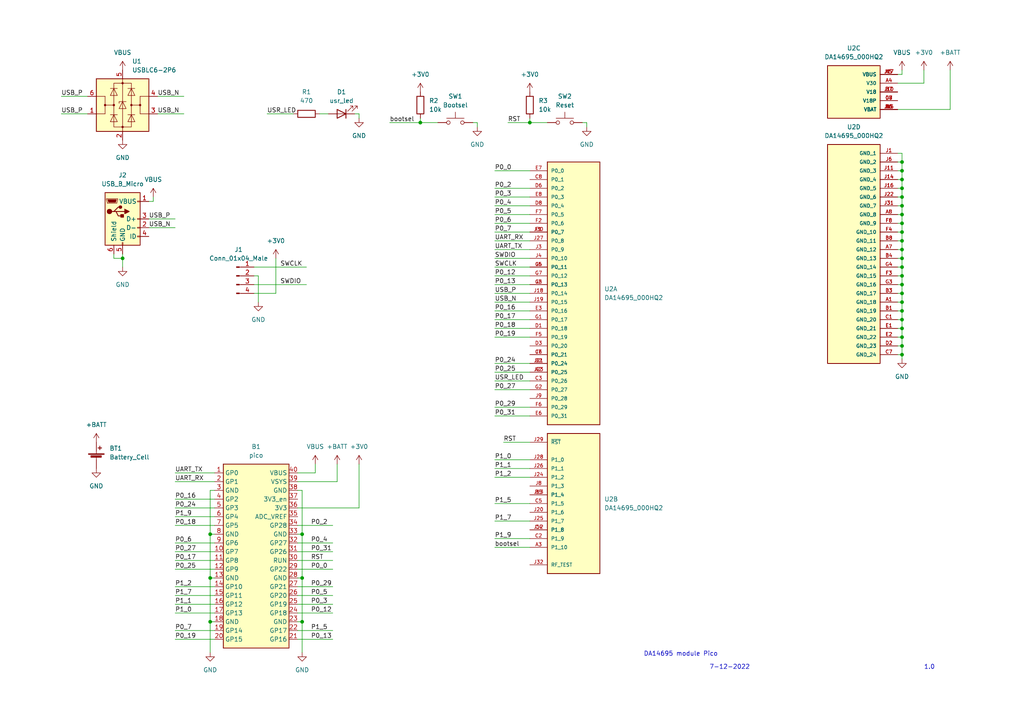
<source format=kicad_sch>
(kicad_sch (version 20211123) (generator eeschema)
  (paper "A4")
  (lib_symbols
    (symbol "Connector:Conn_01x04_Male" (pin_names (offset 1.016) hide)
      (property "Reference" "J" (at 0 5.08 0))
      (property "Value" "Conn_01x04_Male" (at 0 -7.62 0))
      (symbol "Conn_01x04_Male_1_1"
        (polyline (pts (xy 1.27 -5.08) (xy 0.8636 -5.08)) (stroke (width 0.1524)))
        (polyline (pts (xy 1.27 -2.54) (xy 0.8636 -2.54)) (stroke (width 0.1524)))
        (polyline (pts (xy 1.27 0) (xy 0.8636 0)) (stroke (width 0.1524)))
        (polyline (pts (xy 1.27 2.54) (xy 0.8636 2.54)) (stroke (width 0.1524)))
        (rectangle (start 0.8636 -4.953) (end 0 -5.207) (stroke (width 0.1524)) (fill (type outline)))
        (rectangle (start 0.8636 -2.413) (end 0 -2.667) (stroke (width 0.1524)) (fill (type outline)))
        (rectangle (start 0.8636 0.127) (end 0 -0.127) (stroke (width 0.1524)) (fill (type outline)))
        (rectangle (start 0.8636 2.667) (end 0 2.413) (stroke (width 0.1524)) (fill (type outline)))
        (pin passive line (at 5.08 2.54 180) (length 3.81) (name "Pin_1") (number "1"))
        (pin passive line (at 5.08 0 180) (length 3.81) (name "Pin_2") (number "2"))
        (pin passive line (at 5.08 -2.54 180) (length 3.81) (name "Pin_3") (number "3"))
        (pin passive line (at 5.08 -5.08 180) (length 3.81) (name "Pin_4") (number "4"))
      )
    )
    (symbol "Connector:USB_B_Micro" (pin_names (offset 1.016))
      (property "Reference" "J" (at -5.08 11.43 0))
      (property "Value" "USB_B_Micro" (at -5.08 8.89 0))
      (symbol "USB_B_Micro_0_1"
        (rectangle (start -5.08 -7.62) (end 5.08 7.62) (stroke (width 0.254)) (fill (type background)))
        (circle (center -3.81 2.159) (radius 0.635) (stroke (width 0.254)) (fill (type outline)))
        (circle (center -0.635 3.429) (radius 0.381) (stroke (width 0.254)) (fill (type outline)))
        (rectangle (start -0.127 -7.62) (end 0.127 -6.858))
        (polyline (pts (xy -1.905 2.159) (xy 0.635 2.159)) (stroke (width 0.254)))
        (polyline (pts (xy -3.175 2.159) (xy -2.54 2.159) (xy -1.27 3.429) (xy -0.635 3.429)) (stroke (width 0.254)))
        (polyline (pts (xy -2.54 2.159) (xy -1.905 2.159) (xy -1.27 0.889) (xy 0 0.889)) (stroke (width 0.254)))
        (polyline (pts (xy 0.635 2.794) (xy 0.635 1.524) (xy 1.905 2.159) (xy 0.635 2.794)) (stroke (width 0.254)) (fill (type outline)))
        (polyline (pts (xy -4.318 5.588) (xy -1.778 5.588) (xy -2.032 4.826) (xy -4.064 4.826) (xy -4.318 5.588)) (fill (type outline)))
        (polyline (pts (xy -4.699 5.842) (xy -4.699 5.588) (xy -4.445 4.826) (xy -4.445 4.572) (xy -1.651 4.572) (xy -1.651 4.826) (xy -1.397 5.588) (xy -1.397 5.842) (xy -4.699 5.842)))
        (rectangle (start 0.254 1.27) (end -0.508 0.508) (stroke (width 0.254)) (fill (type outline)))
        (rectangle (start 5.08 -5.207) (end 4.318 -4.953))
        (rectangle (start 5.08 -2.667) (end 4.318 -2.413))
        (rectangle (start 5.08 -0.127) (end 4.318 0.127))
        (rectangle (start 5.08 4.953) (end 4.318 5.207))
      )
      (symbol "USB_B_Micro_1_1"
        (pin power_out line (at 7.62 5.08 180) (length 2.54) (name "VBUS") (number "1"))
        (pin bidirectional line (at 7.62 -2.54 180) (length 2.54) (name "D-") (number "2"))
        (pin bidirectional line (at 7.62 0 180) (length 2.54) (name "D+") (number "3"))
        (pin passive line (at 7.62 -5.08 180) (length 2.54) (name "ID") (number "4"))
        (pin power_out line (at 0 -10.16 90) (length 2.54) (name "GND") (number "5"))
        (pin passive line (at -2.54 -10.16 90) (length 2.54) (name "Shield") (number "6"))
      )
    )
    (symbol "Device:Battery_Cell" (pin_numbers hide) (pin_names (offset 0) hide)
      (property "Reference" "BT?" (at 3.81 3.3021 0))
      (property "Value" "Battery_Cell" (at 3.81 0.7621 0))
      (symbol "Battery_Cell_0_1"
        (rectangle (start -2.286 1.778) (end 2.286 1.524) (fill (type outline)))
        (rectangle (start -1.5748 1.1938) (end 1.4732 0.6858) (fill (type outline)))
        (polyline (pts (xy 0 0.762) (xy 0 0)))
        (polyline (pts (xy 0 1.778) (xy 0 2.54)))
        (polyline (pts (xy 0.508 3.429) (xy 1.524 3.429)) (stroke (width 0.254)))
        (polyline (pts (xy 1.016 3.937) (xy 1.016 2.921)) (stroke (width 0.254)))
      )
      (symbol "Battery_Cell_1_1"
        (pin passive line (at 0 -2.54 90) (length 2.54) (name "-") (number "1"))
        (pin passive line (at 0 5.08 270) (length 2.54) (name "+") (number "2"))
      )
    )
    (symbol "Device:LED" (pin_numbers hide) (pin_names (offset 1.016) hide)
      (property "Reference" "D" (at 0 2.54 0))
      (property "Value" "LED" (at 0 -2.54 0))
      (symbol "LED_0_1"
        (polyline (pts (xy -1.27 -1.27) (xy -1.27 1.27)) (stroke (width 0.254)))
        (polyline (pts (xy -1.27 0) (xy 1.27 0)))
        (polyline (pts (xy 1.27 -1.27) (xy 1.27 1.27) (xy -1.27 0) (xy 1.27 -1.27)) (stroke (width 0.254)))
        (polyline (pts (xy -3.048 -0.762) (xy -4.572 -2.286) (xy -3.81 -2.286) (xy -4.572 -2.286) (xy -4.572 -1.524)))
        (polyline (pts (xy -1.778 -0.762) (xy -3.302 -2.286) (xy -2.54 -2.286) (xy -3.302 -2.286) (xy -3.302 -1.524)))
      )
      (symbol "LED_1_1"
        (pin passive line (at -3.81 0 0) (length 2.54) (name "K") (number "1"))
        (pin passive line (at 3.81 0 180) (length 2.54) (name "A") (number "2"))
      )
    )
    (symbol "Device:R" (pin_numbers hide) (pin_names (offset 0))
      (property "Reference" "R" (at 2.032 0 90))
      (property "Value" "R" (at 0 0 90))
      (symbol "R_0_1"
        (rectangle (start -1.016 -2.54) (end 1.016 2.54) (stroke (width 0.254)))
      )
      (symbol "R_1_1"
        (pin passive line (at 0 3.81 270) (length 1.27) (name "~") (number "1"))
        (pin passive line (at 0 -3.81 90) (length 1.27) (name "~") (number "2"))
      )
    )
    (symbol "Power_Protection:USBLC6-2P6" (pin_names hide)
      (property "Reference" "U" (at 2.54 8.89 0))
      (property "Value" "USBLC6-2P6" (at 2.54 -8.89 0))
      (symbol "USBLC6-2P6_0_1"
        (rectangle (start -7.62 -7.62) (end 7.62 7.62) (stroke (width 0.254)) (fill (type background)))
        (circle (center -5.08 0) (radius 0.254) (fill (type outline)))
        (circle (center -2.54 0) (radius 0.254) (fill (type outline)))
        (rectangle (start -2.54 6.35) (end 2.54 -6.35))
        (circle (center 0 -6.35) (radius 0.254) (fill (type outline)))
        (polyline (pts (xy -5.08 -2.54) (xy -7.62 -2.54)))
        (polyline (pts (xy -5.08 0) (xy -5.08 -2.54)))
        (polyline (pts (xy -5.08 2.54) (xy -7.62 2.54)))
        (polyline (pts (xy -1.524 -2.794) (xy -3.556 -2.794)))
        (polyline (pts (xy -1.524 4.826) (xy -3.556 4.826)))
        (polyline (pts (xy 0 -7.62) (xy 0 -6.35)))
        (polyline (pts (xy 0 -6.35) (xy 0 1.27)))
        (polyline (pts (xy 0 1.27) (xy 0 6.35)))
        (polyline (pts (xy 0 6.35) (xy 0 7.62)))
        (polyline (pts (xy 1.524 -2.794) (xy 3.556 -2.794)))
        (polyline (pts (xy 1.524 4.826) (xy 3.556 4.826)))
        (polyline (pts (xy 5.08 -2.54) (xy 7.62 -2.54)))
        (polyline (pts (xy 5.08 0) (xy 5.08 -2.54)))
        (polyline (pts (xy 5.08 2.54) (xy 7.62 2.54)))
        (polyline (pts (xy -2.54 0) (xy -5.08 0) (xy -5.08 2.54)))
        (polyline (pts (xy 2.54 0) (xy 5.08 0) (xy 5.08 2.54)))
        (polyline (pts (xy -3.556 -4.826) (xy -1.524 -4.826) (xy -2.54 -2.794) (xy -3.556 -4.826)))
        (polyline (pts (xy -3.556 2.794) (xy -1.524 2.794) (xy -2.54 4.826) (xy -3.556 2.794)))
        (polyline (pts (xy -1.016 -1.016) (xy 1.016 -1.016) (xy 0 1.016) (xy -1.016 -1.016)))
        (polyline (pts (xy 1.016 1.016) (xy 0.762 1.016) (xy -1.016 1.016) (xy -1.016 0.508)))
        (polyline (pts (xy 3.556 -4.826) (xy 1.524 -4.826) (xy 2.54 -2.794) (xy 3.556 -4.826)))
        (polyline (pts (xy 3.556 2.794) (xy 1.524 2.794) (xy 2.54 4.826) (xy 3.556 2.794)))
        (circle (center 0 6.35) (radius 0.254) (fill (type outline)))
        (circle (center 2.54 0) (radius 0.254) (fill (type outline)))
        (circle (center 5.08 0) (radius 0.254) (fill (type outline)))
      )
      (symbol "USBLC6-2P6_1_1"
        (pin passive line (at -10.16 -2.54 0) (length 2.54) (name "I/O1") (number "1"))
        (pin passive line (at 0 -10.16 90) (length 2.54) (name "GND") (number "2"))
        (pin passive line (at 10.16 -2.54 180) (length 2.54) (name "I/O2") (number "3"))
        (pin passive line (at 10.16 2.54 180) (length 2.54) (name "I/O2") (number "4"))
        (pin passive line (at 0 10.16 270) (length 2.54) (name "VBUS") (number "5"))
        (pin passive line (at -10.16 2.54 0) (length 2.54) (name "I/O1") (number "6"))
      )
    )
    (symbol "Switch:SW_Push" (pin_numbers hide) (pin_names (offset 1.016) hide)
      (property "Reference" "SW" (at 1.27 2.54 0))
      (property "Value" "SW_Push" (at 0 -1.524 0))
      (symbol "SW_Push_0_1"
        (circle (center -2.032 0) (radius 0.508))
        (polyline (pts (xy 0 1.27) (xy 0 3.048)))
        (polyline (pts (xy 2.54 1.27) (xy -2.54 1.27)))
        (circle (center 2.032 0) (radius 0.508))
        (pin passive line (at -5.08 0 0) (length 2.54) (name "1") (number "1"))
        (pin passive line (at 5.08 0 180) (length 2.54) (name "2") (number "2"))
      )
    )
    (symbol "module:DA14695_000HQ2" (pin_names (offset 1.016))
      (property "Reference" "U" (at -7.62 39.116 0))
      (property "Value" "DA14695_000HQ2" (at -7.62 -40.64 0))
      (symbol "DA14695_000HQ2_1_0"
        (rectangle (start -7.62 -38.1) (end 7.62 38.1) (stroke (width 0.254)) (fill (type background)))
        (pin bidirectional line (at -12.7 -22.86 0) (length 5.08) (name "P0_25") (number "A2"))
        (pin bidirectional line (at -12.7 -20.32 0) (length 5.08) (name "P0_24") (number "B2"))
        (pin bidirectional line (at -12.7 -25.4 0) (length 5.08) (name "P0_26") (number "C3"))
        (pin bidirectional line (at -12.7 -17.78 0) (length 5.08) (name "P0_21") (number "C6"))
        (pin bidirectional line (at -12.7 33.02 0) (length 5.08) (name "P0_1") (number "C8"))
        (pin bidirectional line (at -12.7 -10.16 0) (length 5.08) (name "P0_18") (number "D1"))
        (pin bidirectional line (at -12.7 -15.24 0) (length 5.08) (name "P0_20") (number "D3"))
        (pin bidirectional line (at -12.7 30.48 0) (length 5.08) (name "P0_2") (number "D6"))
        (pin bidirectional line (at -12.7 25.4 0) (length 5.08) (name "P0_4") (number "D8"))
        (pin bidirectional line (at -12.7 -5.08 0) (length 5.08) (name "P0_16") (number "E3"))
        (pin bidirectional line (at -12.7 -35.56 0) (length 5.08) (name "P0_31") (number "E6"))
        (pin bidirectional line (at -12.7 35.56 0) (length 5.08) (name "P0_0") (number "E7"))
        (pin bidirectional line (at -12.7 27.94 0) (length 5.08) (name "P0_3") (number "E8"))
        (pin bidirectional line (at -12.7 17.78 0) (length 5.08) (name "P0_7") (number "F1"))
        (pin bidirectional line (at -12.7 20.32 0) (length 5.08) (name "P0_6") (number "F2"))
        (pin bidirectional line (at -12.7 -12.7 0) (length 5.08) (name "P0_19") (number "F5"))
        (pin bidirectional line (at -12.7 -33.02 0) (length 5.08) (name "P0_29") (number "F6"))
        (pin bidirectional line (at -12.7 22.86 0) (length 5.08) (name "P0_5") (number "F7"))
        (pin bidirectional line (at -12.7 -7.62 0) (length 5.08) (name "P0_17") (number "G1"))
        (pin bidirectional line (at -12.7 -27.94 0) (length 5.08) (name "P0_27") (number "G2"))
        (pin bidirectional line (at -12.7 2.54 0) (length 5.08) (name "P0_13") (number "G5"))
        (pin bidirectional line (at -12.7 7.62 0) (length 5.08) (name "P0_11") (number "G6"))
        (pin bidirectional line (at -12.7 5.08 0) (length 5.08) (name "P0_12") (number "G7"))
        (pin bidirectional line (at -12.7 0 0) (length 5.08) (name "P0_14") (number "J18"))
        (pin bidirectional line (at -12.7 -2.54 0) (length 5.08) (name "P0_15") (number "J19"))
        (pin bidirectional line (at -12.7 2.54 0) (length 5.08) (name "P0_13") (number "J2"))
        (pin bidirectional line (at -12.7 -20.32 0) (length 5.08) (name "P0_24") (number "J21"))
        (pin bidirectional line (at -12.7 -22.86 0) (length 5.08) (name "P0_25") (number "J23"))
        (pin bidirectional line (at -12.7 15.24 0) (length 5.08) (name "P0_8") (number "J27"))
        (pin bidirectional line (at -12.7 12.7 0) (length 5.08) (name "P0_9") (number "J3"))
        (pin bidirectional line (at -12.7 17.78 0) (length 5.08) (name "P0_7") (number "J30"))
        (pin bidirectional line (at -12.7 10.16 0) (length 5.08) (name "P0_10") (number "J4"))
        (pin bidirectional line (at -12.7 7.62 0) (length 5.08) (name "P0_11") (number "J5"))
        (pin bidirectional line (at -12.7 -17.78 0) (length 5.08) (name "P0_21") (number "J7"))
        (pin bidirectional line (at -12.7 -30.48 0) (length 5.08) (name "P0_28") (number "J9"))
      )
      (symbol "DA14695_000HQ2_2_0"
        (rectangle (start -7.62 -20.32) (end 7.62 20.32) (stroke (width 0.254)) (fill (type background)))
        (pin bidirectional line (at -12.7 -12.7 0) (length 5.08) (name "P1_10") (number "A3"))
        (pin bidirectional line (at -12.7 2.54 0) (length 5.08) (name "P1_4") (number "B5"))
        (pin bidirectional line (at -12.7 -10.16 0) (length 5.08) (name "P1_9") (number "C2"))
        (pin bidirectional line (at -12.7 -7.62 0) (length 5.08) (name "P1_8") (number "C4"))
        (pin bidirectional line (at -12.7 0 0) (length 5.08) (name "P1_5") (number "C5"))
        (pin bidirectional line (at -12.7 -7.62 0) (length 5.08) (name "P1_8") (number "J12"))
        (pin bidirectional line (at -12.7 2.54 0) (length 5.08) (name "P1_4") (number "J13"))
        (pin bidirectional line (at -12.7 -2.54 0) (length 5.08) (name "P1_6") (number "J20"))
        (pin bidirectional line (at -12.7 7.62 0) (length 5.08) (name "P1_2") (number "J24"))
        (pin bidirectional line (at -12.7 -5.08 0) (length 5.08) (name "P1_7") (number "J25"))
        (pin bidirectional line (at -12.7 10.16 0) (length 5.08) (name "P1_1") (number "J26"))
        (pin bidirectional line (at -12.7 12.7 0) (length 5.08) (name "P1_0") (number "J28"))
        (pin input line (at -12.7 17.78 0) (length 5.08) (name "~{RST}") (number "J29"))
        (pin input line (at -12.7 -17.78 0) (length 5.08) (name "RF_TEST") (number "J32"))
        (pin bidirectional line (at -12.7 5.08 0) (length 5.08) (name "P1_3") (number "J8"))
      )
      (symbol "DA14695_000HQ2_3_0"
        (rectangle (start -7.62 -7.62) (end 7.62 7.62) (stroke (width 0.254)) (fill (type background)))
        (pin power_in line (at 12.7 2.54 180) (length 5.08) (name "V30") (number "A4"))
        (pin power_in line (at 12.7 5.08 180) (length 5.08) (name "VBUS") (number "A5"))
        (pin power_in line (at 12.7 -5.08 180) (length 5.08) (name "VBAT") (number "A6"))
        (pin power_in line (at 12.7 -5.08 180) (length 5.08) (name "VBAT") (number "B6"))
        (pin power_in line (at 12.7 0 180) (length 5.08) (name "V18") (number "B7"))
        (pin power_in line (at 12.7 -2.54 180) (length 5.08) (name "V18P") (number "D7"))
        (pin power_in line (at 12.7 -2.54 180) (length 5.08) (name "V18P") (number "G8"))
        (pin power_in line (at 12.7 0 180) (length 5.08) (name "V18") (number "J10"))
        (pin power_in line (at 12.7 -5.08 180) (length 5.08) (name "VBAT") (number "J15"))
        (pin power_in line (at 12.7 5.08 180) (length 5.08) (name "VBUS") (number "J17"))
      )
      (symbol "DA14695_000HQ2_4_0"
        (rectangle (start -7.62 -33.02) (end 7.62 30.48) (stroke (width 0.254)) (fill (type background)))
        (pin power_in line (at 12.7 -15.24 180) (length 5.08) (name "GND_18") (number "A1"))
        (pin power_in line (at 12.7 0 180) (length 5.08) (name "GND_12") (number "A7"))
        (pin power_in line (at 12.7 10.16 180) (length 5.08) (name "GND_8") (number "A8"))
        (pin power_in line (at 12.7 -17.78 180) (length 5.08) (name "GND_19") (number "B1"))
        (pin power_in line (at 12.7 -12.7 180) (length 5.08) (name "GND_17") (number "B3"))
        (pin power_in line (at 12.7 -2.54 180) (length 5.08) (name "GND_13") (number "B4"))
        (pin power_in line (at 12.7 2.54 180) (length 5.08) (name "GND_11") (number "B8"))
        (pin power_in line (at 12.7 -20.32 180) (length 5.08) (name "GND_20") (number "C1"))
        (pin power_in line (at 12.7 -30.48 180) (length 5.08) (name "GND_24") (number "C7"))
        (pin power_in line (at 12.7 -27.94 180) (length 5.08) (name "GND_23") (number "D2"))
        (pin power_in line (at 12.7 -22.86 180) (length 5.08) (name "GND_21") (number "E1"))
        (pin power_in line (at 12.7 -25.4 180) (length 5.08) (name "GND_22") (number "E2"))
        (pin power_in line (at 12.7 -7.62 180) (length 5.08) (name "GND_15") (number "F3"))
        (pin power_in line (at 12.7 5.08 180) (length 5.08) (name "GND_10") (number "F4"))
        (pin power_in line (at 12.7 7.62 180) (length 5.08) (name "GND_9") (number "F8"))
        (pin power_in line (at 12.7 -10.16 180) (length 5.08) (name "GND_16") (number "G3"))
        (pin power_in line (at 12.7 -5.08 180) (length 5.08) (name "GND_14") (number "G4"))
        (pin power_in line (at 12.7 27.94 180) (length 5.08) (name "GND_1") (number "J1"))
        (pin power_in line (at 12.7 22.86 180) (length 5.08) (name "GND_3") (number "J11"))
        (pin power_in line (at 12.7 20.32 180) (length 5.08) (name "GND_4") (number "J14"))
        (pin power_in line (at 12.7 17.78 180) (length 5.08) (name "GND_5") (number "J16"))
        (pin power_in line (at 12.7 15.24 180) (length 5.08) (name "GND_6") (number "J22"))
        (pin power_in line (at 12.7 12.7 180) (length 5.08) (name "GND_7") (number "J31"))
        (pin power_in line (at 12.7 25.4 180) (length 5.08) (name "GND_2") (number "J6"))
      )
    )
    (symbol "module:pico" (in_bom no)
      (property "Reference" "B" (at 3.81 6.35 0))
      (property "Value" "pico" (at 5.08 3.81 0))
      (symbol "pico_0_0"
        (pin tri_state line (at 0 0 0) (length 2.54) (name "GP0") (number "1"))
        (pin tri_state line (at 0 -22.86 0) (length 2.54) (name "GP7") (number "10"))
        (pin tri_state line (at 0 -25.4 0) (length 2.54) (name "GP8") (number "11"))
        (pin tri_state line (at 0 -27.94 0) (length 2.54) (name "GP9") (number "12"))
        (pin power_in line (at 0 -30.48 0) (length 2.54) (name "GND") (number "13"))
        (pin tri_state line (at 0 -33.02 0) (length 2.54) (name "GP10") (number "14"))
        (pin tri_state line (at 0 -35.56 0) (length 2.54) (name "GP11") (number "15"))
        (pin tri_state line (at 0 -38.1 0) (length 2.54) (name "GP12") (number "16"))
        (pin tri_state line (at 0 -40.64 0) (length 2.54) (name "GP13") (number "17"))
        (pin power_in line (at 0 -43.18 0) (length 2.54) (name "GND") (number "18"))
        (pin tri_state line (at 0 -45.72 0) (length 2.54) (name "GP14") (number "19"))
        (pin tri_state line (at 0 -2.54 0) (length 2.54) (name "GP1") (number "2"))
        (pin tri_state line (at 0 -48.26 0) (length 2.54) (name "GP15") (number "20"))
        (pin tri_state line (at 24.13 -48.26 180) (length 2.54) (name "GP16") (number "21"))
        (pin tri_state line (at 24.13 -45.72 180) (length 2.54) (name "GP17") (number "22"))
        (pin power_in line (at 24.13 -43.18 180) (length 2.54) (name "GND") (number "23"))
        (pin tri_state line (at 24.13 -40.64 180) (length 2.54) (name "GP18") (number "24"))
        (pin tri_state line (at 24.13 -38.1 180) (length 2.54) (name "GP19") (number "25"))
        (pin tri_state line (at 24.13 -35.56 180) (length 2.54) (name "GP20") (number "26"))
        (pin tri_state line (at 24.13 -33.02 180) (length 2.54) (name "GP21") (number "27"))
        (pin power_in line (at 24.13 -30.48 180) (length 2.54) (name "GND") (number "28"))
        (pin tri_state line (at 24.13 -27.94 180) (length 2.54) (name "GP22") (number "29"))
        (pin power_in line (at 0 -5.08 0) (length 2.54) (name "GND") (number "3"))
        (pin input line (at 24.13 -25.4 180) (length 2.54) (name "RUN") (number "30"))
        (pin tri_state line (at 24.13 -22.86 180) (length 2.54) (name "GP26") (number "31"))
        (pin tri_state line (at 24.13 -20.32 180) (length 2.54) (name "GP27") (number "32"))
        (pin power_in line (at 24.13 -17.78 180) (length 2.54) (name "GND") (number "33"))
        (pin tri_state line (at 24.13 -15.24 180) (length 2.54) (name "GP28") (number "34"))
        (pin passive line (at 24.13 -12.7 180) (length 2.54) (name "ADC_VREF") (number "35"))
        (pin power_out line (at 24.13 -10.16 180) (length 2.54) (name "3V3") (number "36"))
        (pin input line (at 24.13 -7.62 180) (length 2.54) (name "3V3_en") (number "37"))
        (pin power_in line (at 24.13 -5.08 180) (length 2.54) (name "GND") (number "38"))
        (pin power_in line (at 24.13 -2.54 180) (length 2.54) (name "VSYS") (number "39"))
        (pin tri_state line (at 0 -7.62 0) (length 2.54) (name "GP2") (number "4"))
        (pin power_in line (at 24.13 0 180) (length 2.54) (name "VBUS") (number "40"))
        (pin tri_state line (at 0 -10.16 0) (length 2.54) (name "GP3") (number "5"))
        (pin tri_state line (at 0 -12.7 0) (length 2.54) (name "GP4") (number "6"))
        (pin tri_state line (at 0 -15.24 0) (length 2.54) (name "GP5") (number "7"))
        (pin power_in line (at 0 -17.78 0) (length 2.54) (name "GND") (number "8"))
        (pin tri_state line (at 0 -20.32 0) (length 2.54) (name "GP6") (number "9"))
      )
      (symbol "pico_1_0"
        (rectangle (start 2.54 2.54) (end 21.59 -50.8) (stroke (width 0.254)) (fill (type background)))
      )
    )
    (symbol "power:+3V0" (power) (pin_names (offset 0))
      (property "Value" "+3V0" (at 0 3.556 0))
      (symbol "+3V0_0_1"
        (polyline (pts (xy -0.762 1.27) (xy 0 2.54)))
        (polyline (pts (xy 0 0) (xy 0 2.54)))
        (polyline (pts (xy 0 2.54) (xy 0.762 1.27)))
      )
      (symbol "+3V0_1_1"
        (pin power_in line (at 0 0 90) (length 0) hide (name "+3V0") (number "1"))
      )
    )
    (symbol "power:+BATT" (power) (pin_names (offset 0))
      (property "Value" "+BATT" (at 0 3.556 0))
      (symbol "+BATT_0_1"
        (polyline (pts (xy -0.762 1.27) (xy 0 2.54)))
        (polyline (pts (xy 0 0) (xy 0 2.54)))
        (polyline (pts (xy 0 2.54) (xy 0.762 1.27)))
      )
      (symbol "+BATT_1_1"
        (pin power_in line (at 0 0 90) (length 0) hide (name "+BATT") (number "1"))
      )
    )
    (symbol "power:GND" (power) (pin_names (offset 0))
      (property "Value" "GND" (at 0 -3.81 0))
      (symbol "GND_0_1"
        (polyline (pts (xy 0 0) (xy 0 -1.27) (xy 1.27 -1.27) (xy 0 -2.54) (xy -1.27 -1.27) (xy 0 -1.27)))
      )
      (symbol "GND_1_1"
        (pin power_in line (at 0 0 270) (length 0) hide (name "GND") (number "1"))
      )
    )
    (symbol "power:VBUS" (power) (pin_names (offset 0))
      (property "Value" "VBUS" (at 0 3.81 0))
      (symbol "VBUS_0_1"
        (polyline (pts (xy -0.762 1.27) (xy 0 2.54)))
        (polyline (pts (xy 0 0) (xy 0 2.54)))
        (polyline (pts (xy 0 2.54) (xy 0.762 1.27)))
      )
      (symbol "VBUS_1_1"
        (pin power_in line (at 0 0 90) (length 0) hide (name "VBUS") (number "1"))
      )
    )
  )
  (junction (at 261.62 49.53))
  (junction (at 261.62 64.77))
  (junction (at 261.62 97.79))
  (junction (at 60.96 167.64))
  (junction (at 261.62 62.23))
  (junction (at 261.62 82.55))
  (junction (at 87.63 154.94))
  (junction (at 261.62 46.99))
  (junction (at 87.63 180.34))
  (junction (at 35.56 74.93))
  (junction (at 121.92 35.56))
  (junction (at 261.62 59.69))
  (junction (at 261.62 100.33))
  (junction (at 261.62 85.09))
  (junction (at 261.62 90.17))
  (junction (at 261.62 95.25))
  (junction (at 261.62 69.85))
  (junction (at 261.62 72.39))
  (junction (at 60.96 180.34))
  (junction (at 261.62 102.87))
  (junction (at 261.62 57.15))
  (junction (at 261.62 92.71))
  (junction (at 60.96 154.94))
  (junction (at 87.63 167.64))
  (junction (at 261.62 87.63))
  (junction (at 261.62 77.47))
  (junction (at 153.67 35.56))
  (junction (at 261.62 80.01))
  (junction (at 261.62 52.07))
  (junction (at 261.62 74.93))
  (junction (at 261.62 67.31))
  (junction (at 261.62 54.61))
  (wire (pts (xy 62.23 154.94) (xy 60.96 154.94)))
  (wire (pts (xy 86.36 152.4) (xy 96.52 152.4)))
  (wire (pts (xy 143.51 107.95) (xy 153.67 107.95)))
  (wire (pts (xy 73.66 85.09) (xy 80.01 85.09)))
  (wire (pts (xy 143.51 72.39) (xy 153.67 72.39)))
  (wire (pts (xy 143.51 120.65) (xy 153.67 120.65)))
  (wire (pts (xy 143.51 138.43) (xy 153.67 138.43)))
  (wire (pts (xy 50.8 177.8) (xy 62.23 177.8)))
  (wire (pts (xy 143.51 146.05) (xy 153.67 146.05)))
  (wire (pts (xy 260.35 44.45) (xy 261.62 44.45)))
  (wire (pts (xy 261.62 67.31) (xy 261.62 69.85)))
  (wire (pts (xy 92.71 33.02) (xy 95.25 33.02)))
  (wire (pts (xy 267.97 24.13) (xy 267.97 20.32)))
  (wire (pts (xy 261.62 80.01) (xy 261.62 82.55)))
  (wire (pts (xy 143.51 90.17) (xy 153.67 90.17)))
  (wire (pts (xy 261.62 62.23) (xy 261.62 64.77)))
  (wire (pts (xy 73.66 80.01) (xy 74.93 80.01)))
  (wire (pts (xy 50.8 165.1) (xy 62.23 165.1)))
  (wire (pts (xy 43.18 66.04) (xy 50.8 66.04)))
  (wire (pts (xy 104.14 33.02) (xy 104.14 34.29)))
  (wire (pts (xy 62.23 180.34) (xy 60.96 180.34)))
  (wire (pts (xy 260.35 97.79) (xy 261.62 97.79)))
  (wire (pts (xy 260.35 46.99) (xy 261.62 46.99)))
  (wire (pts (xy 260.35 102.87) (xy 261.62 102.87)))
  (wire (pts (xy 261.62 52.07) (xy 261.62 54.61)))
  (wire (pts (xy 50.8 147.32) (xy 62.23 147.32)))
  (wire (pts (xy 35.56 74.93) (xy 35.56 73.66)))
  (wire (pts (xy 261.62 100.33) (xy 261.62 102.87)))
  (wire (pts (xy 261.62 49.53) (xy 261.62 52.07)))
  (wire (pts (xy 260.35 100.33) (xy 261.62 100.33)))
  (wire (pts (xy 261.62 64.77) (xy 261.62 67.31)))
  (wire (pts (xy 121.92 35.56) (xy 121.92 34.29)))
  (wire (pts (xy 143.51 92.71) (xy 153.67 92.71)))
  (wire (pts (xy 260.35 52.07) (xy 261.62 52.07)))
  (wire (pts (xy 50.8 157.48) (xy 62.23 157.48)))
  (wire (pts (xy 261.62 85.09) (xy 261.62 87.63)))
  (wire (pts (xy 87.63 167.64) (xy 87.63 180.34)))
  (wire (pts (xy 45.72 27.94) (xy 53.34 27.94)))
  (wire (pts (xy 261.62 102.87) (xy 261.62 104.14)))
  (wire (pts (xy 260.35 24.13) (xy 267.97 24.13)))
  (wire (pts (xy 86.36 185.42) (xy 96.52 185.42)))
  (wire (pts (xy 86.36 162.56) (xy 96.52 162.56)))
  (wire (pts (xy 86.36 172.72) (xy 96.52 172.72)))
  (wire (pts (xy 43.18 63.5) (xy 50.8 63.5)))
  (wire (pts (xy 260.35 49.53) (xy 261.62 49.53)))
  (wire (pts (xy 60.96 180.34) (xy 60.96 189.23)))
  (wire (pts (xy 260.35 95.25) (xy 261.62 95.25)))
  (wire (pts (xy 104.14 134.62) (xy 104.14 147.32)))
  (wire (pts (xy 17.78 33.02) (xy 25.4 33.02)))
  (wire (pts (xy 50.8 185.42) (xy 62.23 185.42)))
  (wire (pts (xy 143.51 59.69) (xy 153.67 59.69)))
  (wire (pts (xy 260.35 54.61) (xy 261.62 54.61)))
  (wire (pts (xy 86.36 157.48) (xy 96.52 157.48)))
  (wire (pts (xy 62.23 167.64) (xy 60.96 167.64)))
  (wire (pts (xy 143.51 95.25) (xy 153.67 95.25)))
  (wire (pts (xy 261.62 54.61) (xy 261.62 57.15)))
  (wire (pts (xy 261.62 44.45) (xy 261.62 46.99)))
  (wire (pts (xy 143.51 62.23) (xy 153.67 62.23)))
  (wire (pts (xy 50.8 162.56) (xy 62.23 162.56)))
  (wire (pts (xy 86.36 154.94) (xy 87.63 154.94)))
  (wire (pts (xy 260.35 72.39) (xy 261.62 72.39)))
  (wire (pts (xy 73.66 82.55) (xy 88.9 82.55)))
  (wire (pts (xy 260.35 80.01) (xy 261.62 80.01)))
  (wire (pts (xy 261.62 69.85) (xy 261.62 72.39)))
  (wire (pts (xy 86.36 182.88) (xy 96.52 182.88)))
  (wire (pts (xy 260.35 57.15) (xy 261.62 57.15)))
  (wire (pts (xy 50.8 144.78) (xy 62.23 144.78)))
  (wire (pts (xy 86.36 170.18) (xy 96.52 170.18)))
  (wire (pts (xy 261.62 57.15) (xy 261.62 59.69)))
  (wire (pts (xy 261.62 90.17) (xy 261.62 92.71)))
  (wire (pts (xy 158.75 35.56) (xy 153.67 35.56)))
  (wire (pts (xy 143.51 118.11) (xy 153.67 118.11)))
  (wire (pts (xy 86.36 177.8) (xy 96.52 177.8)))
  (wire (pts (xy 87.63 154.94) (xy 87.63 167.64)))
  (wire (pts (xy 261.62 46.99) (xy 261.62 49.53)))
  (wire (pts (xy 86.36 165.1) (xy 96.52 165.1)))
  (wire (pts (xy 260.35 92.71) (xy 261.62 92.71)))
  (wire (pts (xy 275.59 31.75) (xy 275.59 20.32)))
  (wire (pts (xy 87.63 180.34) (xy 87.63 189.23)))
  (wire (pts (xy 261.62 21.59) (xy 261.62 20.32)))
  (wire (pts (xy 50.8 170.18) (xy 62.23 170.18)))
  (wire (pts (xy 143.51 113.03) (xy 153.67 113.03)))
  (wire (pts (xy 143.51 80.01) (xy 153.67 80.01)))
  (wire (pts (xy 261.62 95.25) (xy 261.62 97.79)))
  (wire (pts (xy 50.8 137.16) (xy 62.23 137.16)))
  (wire (pts (xy 260.35 21.59) (xy 261.62 21.59)))
  (wire (pts (xy 260.35 31.75) (xy 275.59 31.75)))
  (wire (pts (xy 50.8 172.72) (xy 62.23 172.72)))
  (wire (pts (xy 260.35 82.55) (xy 261.62 82.55)))
  (wire (pts (xy 143.51 135.89) (xy 153.67 135.89)))
  (wire (pts (xy 60.96 167.64) (xy 60.96 180.34)))
  (wire (pts (xy 261.62 97.79) (xy 261.62 100.33)))
  (wire (pts (xy 143.51 133.35) (xy 153.67 133.35)))
  (wire (pts (xy 74.93 80.01) (xy 74.93 87.63)))
  (wire (pts (xy 44.45 57.15) (xy 44.45 58.42)))
  (wire (pts (xy 137.16 35.56) (xy 138.43 35.56)))
  (wire (pts (xy 143.51 74.93) (xy 153.67 74.93)))
  (wire (pts (xy 104.14 147.32) (xy 86.36 147.32)))
  (wire (pts (xy 260.35 64.77) (xy 261.62 64.77)))
  (wire (pts (xy 35.56 74.93) (xy 35.56 77.47)))
  (wire (pts (xy 50.8 149.86) (xy 62.23 149.86)))
  (wire (pts (xy 73.66 77.47) (xy 88.9 77.47)))
  (wire (pts (xy 143.51 82.55) (xy 153.67 82.55)))
  (wire (pts (xy 143.51 110.49) (xy 153.67 110.49)))
  (wire (pts (xy 113.03 35.56) (xy 121.92 35.56)))
  (wire (pts (xy 261.62 77.47) (xy 261.62 80.01)))
  (wire (pts (xy 143.51 158.75) (xy 153.67 158.75)))
  (wire (pts (xy 50.8 152.4) (xy 62.23 152.4)))
  (wire (pts (xy 143.51 54.61) (xy 153.67 54.61)))
  (wire (pts (xy 260.35 62.23) (xy 261.62 62.23)))
  (wire (pts (xy 77.47 33.02) (xy 85.09 33.02)))
  (wire (pts (xy 143.51 97.79) (xy 153.67 97.79)))
  (wire (pts (xy 97.79 134.62) (xy 97.79 139.7)))
  (wire (pts (xy 153.67 35.56) (xy 153.67 34.29)))
  (wire (pts (xy 146.05 128.27) (xy 153.67 128.27)))
  (wire (pts (xy 170.18 35.56) (xy 170.18 36.83)))
  (wire (pts (xy 60.96 142.24) (xy 60.96 154.94)))
  (wire (pts (xy 143.51 69.85) (xy 153.67 69.85)))
  (wire (pts (xy 143.51 49.53) (xy 153.67 49.53)))
  (wire (pts (xy 60.96 154.94) (xy 60.96 167.64)))
  (wire (pts (xy 138.43 35.56) (xy 138.43 36.83)))
  (wire (pts (xy 260.35 69.85) (xy 261.62 69.85)))
  (wire (pts (xy 260.35 59.69) (xy 261.62 59.69)))
  (wire (pts (xy 260.35 77.47) (xy 261.62 77.47)))
  (wire (pts (xy 260.35 90.17) (xy 261.62 90.17)))
  (wire (pts (xy 33.02 74.93) (xy 35.56 74.93)))
  (wire (pts (xy 260.35 87.63) (xy 261.62 87.63)))
  (wire (pts (xy 261.62 92.71) (xy 261.62 95.25)))
  (wire (pts (xy 50.8 139.7) (xy 62.23 139.7)))
  (wire (pts (xy 91.44 137.16) (xy 86.36 137.16)))
  (wire (pts (xy 50.8 175.26) (xy 62.23 175.26)))
  (wire (pts (xy 86.36 160.02) (xy 96.52 160.02)))
  (wire (pts (xy 143.51 151.13) (xy 153.67 151.13)))
  (wire (pts (xy 17.78 27.94) (xy 25.4 27.94)))
  (wire (pts (xy 91.44 134.62) (xy 91.44 137.16)))
  (wire (pts (xy 50.8 182.88) (xy 62.23 182.88)))
  (wire (pts (xy 80.01 85.09) (xy 80.01 74.93)))
  (wire (pts (xy 97.79 139.7) (xy 86.36 139.7)))
  (wire (pts (xy 261.62 82.55) (xy 261.62 85.09)))
  (wire (pts (xy 143.51 77.47) (xy 153.67 77.47)))
  (wire (pts (xy 143.51 105.41) (xy 153.67 105.41)))
  (wire (pts (xy 86.36 167.64) (xy 87.63 167.64)))
  (wire (pts (xy 143.51 87.63) (xy 153.67 87.63)))
  (wire (pts (xy 33.02 73.66) (xy 33.02 74.93)))
  (wire (pts (xy 261.62 74.93) (xy 261.62 77.47)))
  (wire (pts (xy 44.45 58.42) (xy 43.18 58.42)))
  (wire (pts (xy 86.36 180.34) (xy 87.63 180.34)))
  (wire (pts (xy 143.51 64.77) (xy 153.67 64.77)))
  (wire (pts (xy 127 35.56) (xy 121.92 35.56)))
  (wire (pts (xy 147.32 35.56) (xy 153.67 35.56)))
  (wire (pts (xy 261.62 59.69) (xy 261.62 62.23)))
  (wire (pts (xy 45.72 33.02) (xy 53.34 33.02)))
  (wire (pts (xy 86.36 175.26) (xy 96.52 175.26)))
  (wire (pts (xy 168.91 35.56) (xy 170.18 35.56)))
  (wire (pts (xy 143.51 85.09) (xy 153.67 85.09)))
  (wire (pts (xy 102.87 33.02) (xy 104.14 33.02)))
  (wire (pts (xy 143.51 67.31) (xy 153.67 67.31)))
  (wire (pts (xy 260.35 67.31) (xy 261.62 67.31)))
  (wire (pts (xy 50.8 160.02) (xy 62.23 160.02)))
  (wire (pts (xy 62.23 142.24) (xy 60.96 142.24)))
  (wire (pts (xy 86.36 142.24) (xy 87.63 142.24)))
  (wire (pts (xy 260.35 74.93) (xy 261.62 74.93)))
  (wire (pts (xy 260.35 85.09) (xy 261.62 85.09)))
  (wire (pts (xy 87.63 142.24) (xy 87.63 154.94)))
  (wire (pts (xy 143.51 57.15) (xy 153.67 57.15)))
  (wire (pts (xy 261.62 87.63) (xy 261.62 90.17)))
  (wire (pts (xy 143.51 156.21) (xy 153.67 156.21)))
  (wire (pts (xy 261.62 72.39) (xy 261.62 74.93)))
  (text "1.0" (at 267.97 194.31 0) (effects (font (size 1.27 1.27)) (justify left bottom)))
  (text "DA14695 module Pico" (at 186.69 190.5 0) (effects (font (size 1.27 1.27)) (justify left bottom)))
  (text "7-12-2022" (at 205.74 194.31 0) (effects (font (size 1.27 1.27)) (justify left bottom)))
  (label "P1_0" (at 143.51 133.35 0))
  (label "P0_12" (at 143.51 80.01 0))
  (label "bootsel" (at 143.51 158.75 0))
  (label "P1_1" (at 50.8 175.26 0))
  (label "P1_1" (at 143.51 135.89 0))
  (label "USB_P" (at 43.18 63.5 0))
  (label "P0_0" (at 90.17 165.1 0))
  (label "USR_LED" (at 77.47 33.02 0))
  (label "P0_17" (at 143.51 92.71 0))
  (label "P0_19" (at 50.8 185.42 0))
  (label "SWCLK" (at 143.51 77.47 0))
  (label "P0_16" (at 143.51 90.17 0))
  (label "P0_4" (at 90.17 157.48 0))
  (label "P1_2" (at 50.8 170.18 0))
  (label "USB_P" (at 17.78 27.94 0))
  (label "P0_25" (at 50.8 165.1 0))
  (label "P1_0" (at 50.8 177.8 0))
  (label "P1_9" (at 143.51 156.21 0))
  (label "P0_0" (at 143.51 49.53 0))
  (label "P0_4" (at 143.51 59.69 0))
  (label "RST" (at 147.32 35.56 0))
  (label "P0_2" (at 90.17 152.4 0))
  (label "P1_5" (at 143.51 146.05 0))
  (label "P0_25" (at 143.51 107.95 0))
  (label "P0_6" (at 143.51 64.77 0))
  (label "P0_24" (at 143.51 105.41 0))
  (label "P0_3" (at 90.17 175.26 0))
  (label "USB_P" (at 143.51 85.09 0))
  (label "UART_RX" (at 50.8 139.7 0))
  (label "P0_24" (at 50.8 147.32 0))
  (label "RST" (at 146.05 128.27 0))
  (label "P0_7" (at 50.8 182.88 0))
  (label "USB_N" (at 143.51 87.63 0))
  (label "P0_27" (at 50.8 160.02 0))
  (label "USR_LED" (at 143.51 110.49 0))
  (label "P1_9" (at 50.8 149.86 0))
  (label "P0_17" (at 50.8 162.56 0))
  (label "SWCLK" (at 81.28 77.47 0))
  (label "P0_13" (at 90.17 185.42 0))
  (label "P1_2" (at 143.51 138.43 0))
  (label "P0_31" (at 143.51 120.65 0))
  (label "P0_13" (at 143.51 82.55 0))
  (label "P0_7" (at 143.51 67.31 0))
  (label "P0_18" (at 50.8 152.4 0))
  (label "UART_TX" (at 143.51 72.39 0))
  (label "P0_5" (at 143.51 62.23 0))
  (label "USB_N" (at 45.72 27.94 0))
  (label "P0_18" (at 143.51 95.25 0))
  (label "USB_P" (at 17.78 33.02 0))
  (label "P0_19" (at 143.51 97.79 0))
  (label "P0_3" (at 143.51 57.15 0))
  (label "UART_TX" (at 50.8 137.16 0))
  (label "SWDIO" (at 143.51 74.93 0))
  (label "P0_5" (at 90.17 172.72 0))
  (label "UART_RX" (at 143.51 69.85 0))
  (label "USB_N" (at 43.18 66.04 0))
  (label "P1_7" (at 143.51 151.13 0))
  (label "USB_N" (at 45.72 33.02 0))
  (label "RST" (at 90.17 162.56 0))
  (label "P0_31" (at 90.17 160.02 0))
  (label "P1_5" (at 90.17 182.88 0))
  (label "SWDIO" (at 81.28 82.55 0))
  (label "P0_29" (at 90.17 170.18 0))
  (label "P0_12" (at 90.17 177.8 0))
  (label "P1_7" (at 50.8 172.72 0))
  (label "P0_2" (at 143.51 54.61 0))
  (label "bootsel" (at 113.03 35.56 0))
  (label "P0_29" (at 143.51 118.11 0))
  (label "P0_27" (at 143.51 113.03 0))
  (label "P0_6" (at 50.8 157.48 0))
  (label "P0_16" (at 50.8 144.78 0))
  (symbol (lib_id "power:+BATT") (at 275.59 20.32 0) (unit 1)
    (property "Reference" "#PWR022" (effects hide))
    (property "Value" "+BATT" (at 275.59 15.24 0))
  )
  (symbol (lib_id "power:VBUS") (at 261.62 20.32 0) (unit 1)
    (property "Reference" "#PWR019" (effects hide))
    (property "Value" "VBUS" (at 261.62 15.24 0))
  )
  (symbol (lib_id "Switch:SW_Push") (at 132.08 35.56 0) (unit 1)
    (property "Reference" "SW1" (at 132.08 27.94 0))
    (property "Value" "Bootsel" (at 132.08 30.48 0))
    (property "Footprint" "Button_Switch_SMD:SW_SPST_B3U-1000P" (effects hide))
    (property "LCSC partnumber" "C231329" (effects hide))
  )
  (symbol (lib_id "power:+3V0") (at 153.67 26.67 0) (unit 1)
    (property "Reference" "#PWR012" (effects hide))
    (property "Value" "+3V0" (at 153.67 21.59 0))
  )
  (symbol (lib_id "power:GND") (at 261.62 104.14 0) (unit 1)
    (property "Reference" "#PWR021" (effects hide))
    (property "Value" "GND" (at 261.62 109.22 0))
  )
  (symbol (lib_id "Device:Battery_Cell") (at 27.94 133.35 0) (unit 1)
    (property "Reference" "BT1" (at 31.75 130.0479 0) (effects (justify left)))
    (property "Value" "Battery_Cell" (at 31.75 132.5879 0) (effects (justify left)))
    (property "Footprint" "Connector_Molex:Molex_PicoBlade_53261-0271_1x02-1MP_P1.25mm_Horizontal" (effects hide))
    (property "LCSC partnumber" "C189700" (effects hide))
  )
  (symbol (lib_id "Connector:USB_B_Micro") (at 35.56 63.5 0) (unit 1)
    (property "Reference" "J2" (at 35.56 50.8 0))
    (property "Value" "USB_B_Micro" (at 35.56 53.34 0))
    (property "Footprint" "Connector_USB:USB_Micro-B_Amphenol_10118194_Horizontal" (effects hide))
    (property "LCSC partnumber" "C381144" (effects hide))
  )
  (symbol (lib_id "Device:R") (at 121.92 30.48 0) (unit 1)
    (property "Reference" "R2" (at 124.46 29.2099 0) (effects (justify left)))
    (property "Value" "10k" (at 124.46 31.7499 0) (effects (justify left)))
    (property "Footprint" "Resistor_SMD:R_0603_1608Metric" (effects hide))
    (property "LCSC partnumber" "C25804" (effects hide))
  )
  (symbol (lib_id "power:GND") (at 27.94 135.89 0) (unit 1)
    (property "Reference" "#PWR02" (effects hide))
    (property "Value" "GND" (at 27.94 140.97 0))
  )
  (symbol (lib_id "power:+BATT") (at 97.79 134.62 0) (unit 1)
    (property "Reference" "#PWR017" (effects hide))
    (property "Value" "+BATT" (at 97.79 129.54 0))
  )
  (symbol (lib_id "power:GND") (at 60.96 189.23 0) (unit 1)
    (property "Reference" "#PWR014" (effects hide))
    (property "Value" "GND" (at 60.96 194.31 0))
  )
  (symbol (lib_id "Device:R") (at 88.9 33.02 90) (unit 1)
    (property "Reference" "R1" (at 88.9 26.67 90))
    (property "Value" "470" (at 88.9 29.21 90))
    (property "Footprint" "Resistor_SMD:R_0603_1608Metric" (effects hide))
    (property "LCSC partnumber" "C23179" (effects hide))
  )
  (symbol (lib_id "module:DA14695_000HQ2") (at 166.37 85.09 0) (unit 1)
    (property "Reference" "U2" (at 175.26 83.8199 0) (effects (justify left)))
    (property "Value" "DA14695_000HQ2" (at 175.26 86.3599 0) (effects (justify left)))
    (property "Footprint" "DA14695_000HQ2:MODULE_DA14695_000HQ2" (effects hide))
    (property "STANDARD" "Manufacturer Recommendations" (effects hide))
    (property "MANUFACTURER" "Renesas" (effects hide))
    (property "SNAPEDA_PN" "DA14695_HQ2_Module" (effects hide))
  )
  (symbol (lib_id "module:DA14695_000HQ2") (at 247.65 26.67 0) (unit 3)
    (property "Reference" "U2" (at 247.65 13.97 0))
    (property "Value" "DA14695_000HQ2" (at 247.65 16.51 0))
    (property "Footprint" "DA14695_000HQ2:MODULE_DA14695_000HQ2" (effects hide))
    (property "STANDARD" "Manufacturer Recommendations" (effects hide))
    (property "MANUFACTURER" "Renesas" (effects hide))
    (property "SNAPEDA_PN" "DA14695_HQ2_Module" (effects hide))
  )
  (symbol (lib_id "power:GND") (at 35.56 77.47 0) (unit 1)
    (property "Reference" "#PWR04" (effects hide))
    (property "Value" "GND" (at 35.56 82.55 0))
  )
  (symbol (lib_id "power:+BATT") (at 27.94 128.27 0) (unit 1)
    (property "Reference" "#PWR01" (effects hide))
    (property "Value" "+BATT" (at 27.94 123.19 0))
  )
  (symbol (lib_id "power:+3V0") (at 121.92 26.67 0) (unit 1)
    (property "Reference" "#PWR010" (effects hide))
    (property "Value" "+3V0" (at 121.92 21.59 0))
  )
  (symbol (lib_id "power:+3V0") (at 267.97 20.32 0) (unit 1)
    (property "Reference" "#PWR020" (effects hide))
    (property "Value" "+3V0" (at 267.97 15.24 0))
  )
  (symbol (lib_id "power:GND") (at 87.63 189.23 0) (unit 1)
    (property "Reference" "#PWR015" (effects hide))
    (property "Value" "GND" (at 87.63 194.31 0))
  )
  (symbol (lib_id "power:VBUS") (at 91.44 134.62 0) (unit 1)
    (property "Reference" "#PWR016" (effects hide))
    (property "Value" "VBUS" (at 91.44 129.54 0))
  )
  (symbol (lib_id "Device:LED") (at 99.06 33.02 180) (unit 1)
    (property "Reference" "D1" (at 99.06 26.67 0))
    (property "Value" "usr_led" (at 99.06 29.21 0))
    (property "Footprint" "LED_SMD:LED_0603_1608Metric" (effects hide))
    (property "LCSC partnumber" "C72043" (effects hide))
  )
  (symbol (lib_id "power:GND") (at 170.18 36.83 0) (unit 1)
    (property "Reference" "#PWR013" (effects hide))
    (property "Value" "GND" (at 170.18 41.91 0))
  )
  (symbol (lib_id "power:GND") (at 35.56 40.64 0) (unit 1)
    (property "Reference" "#PWR08" (effects hide))
    (property "Value" "GND" (at 35.56 45.72 0))
  )
  (symbol (lib_id "power:GND") (at 104.14 34.29 0) (unit 1)
    (property "Reference" "#PWR09" (effects hide))
    (property "Value" "GND" (at 104.14 39.37 0))
  )
  (symbol (lib_id "power:GND") (at 138.43 36.83 0) (unit 1)
    (property "Reference" "#PWR011" (effects hide))
    (property "Value" "GND" (at 138.43 41.91 0))
  )
  (symbol (lib_id "Power_Protection:USBLC6-2P6") (at 35.56 30.48 0) (unit 1)
    (property "Reference" "U1" (at 38.3287 17.78 0) (effects (justify left)))
    (property "Value" "USBLC6-2P6" (at 38.3287 20.32 0) (effects (justify left)))
    (property "Footprint" "Package_TO_SOT_SMD:SOT-666" (effects hide))
    (property "Datasheet" "https://www.st.com/resource/en/datasheet/usblc6-2.pdf" (effects hide))
    (property "LCSC partnumber" "C2827693" (effects hide))
  )
  (symbol (lib_id "Switch:SW_Push") (at 163.83 35.56 0) (unit 1)
    (property "Reference" "SW2" (at 163.83 27.94 0))
    (property "Value" "Reset" (at 163.83 30.48 0))
    (property "Footprint" "Button_Switch_SMD:SW_SPST_B3U-1000P" (effects hide))
    (property "LCSC partnumber" "C231329" (effects hide))
  )
  (symbol (lib_id "power:VBUS") (at 35.56 20.32 0) (unit 1)
    (property "Reference" "#PWR07" (effects hide))
    (property "Value" "VBUS" (at 35.56 15.24 0))
  )
  (symbol (lib_id "module:DA14695_000HQ2") (at 247.65 72.39 0) (unit 4)
    (property "Reference" "U2" (at 247.65 36.83 0))
    (property "Value" "DA14695_000HQ2" (at 247.65 39.37 0))
    (property "Footprint" "DA14695_000HQ2:MODULE_DA14695_000HQ2" (effects hide))
    (property "STANDARD" "Manufacturer Recommendations" (effects hide))
    (property "MANUFACTURER" "Renesas" (effects hide))
    (property "SNAPEDA_PN" "DA14695_HQ2_Module" (effects hide))
  )
  (symbol (lib_id "power:GND") (at 74.93 87.63 0) (unit 1)
    (property "Reference" "#PWR03" (effects hide))
    (property "Value" "GND" (at 74.93 92.71 0))
  )
  (symbol (lib_id "Connector:Conn_01x04_Male") (at 68.58 80.01 0) (unit 1)
    (property "Reference" "J1" (at 69.215 72.39 0))
    (property "Value" "Conn_01x04_Male" (at 69.215 74.93 0))
    (property "Footprint" "Connector_PinHeader_2.54mm:PinHeader_1x04_P2.54mm_Vertical" (effects hide))
  )
  (symbol (lib_id "module:pico") (at 62.23 137.16 0) (unit 1) (in_bom no)
    (property "Reference" "B1" (at 74.295 129.54 0))
    (property "Value" "pico" (at 74.295 132.08 0))
    (property "Footprint" "Module:Pico" (effects hide))
  )
  (symbol (lib_id "power:+3V0") (at 104.14 134.62 0) (unit 1)
    (property "Reference" "#PWR018" (effects hide))
    (property "Value" "+3V0" (at 104.14 129.54 0))
  )
  (symbol (lib_id "module:DA14695_000HQ2") (at 166.37 146.05 0) (unit 2)
    (property "Reference" "U2" (at 175.26 144.7799 0) (effects (justify left)))
    (property "Value" "DA14695_000HQ2" (at 175.26 147.3199 0) (effects (justify left)))
    (property "Footprint" "DA14695_000HQ2:MODULE_DA14695_000HQ2" (effects hide))
    (property "STANDARD" "Manufacturer Recommendations" (effects hide))
    (property "MANUFACTURER" "Renesas" (effects hide))
    (property "SNAPEDA_PN" "DA14695_HQ2_Module" (effects hide))
  )
  (symbol (lib_id "power:VBUS") (at 44.45 57.15 0) (unit 1)
    (property "Reference" "#PWR06" (effects hide))
    (property "Value" "VBUS" (at 44.45 52.07 0))
  )
  (symbol (lib_id "Device:R") (at 153.67 30.48 0) (unit 1)
    (property "Reference" "R3" (at 156.21 29.2099 0) (effects (justify left)))
    (property "Value" "10k" (at 156.21 31.7499 0) (effects (justify left)))
    (property "Footprint" "Resistor_SMD:R_0603_1608Metric" (effects hide))
    (property "LCSC partnumber" "C25804" (effects hide))
  )
  (symbol (lib_id "power:+3V0") (at 80.01 74.93 0) (unit 1)
    (property "Reference" "#PWR05" (effects hide))
    (property "Value" "+3V0" (at 80.01 69.85 0))
  )
)
</source>
